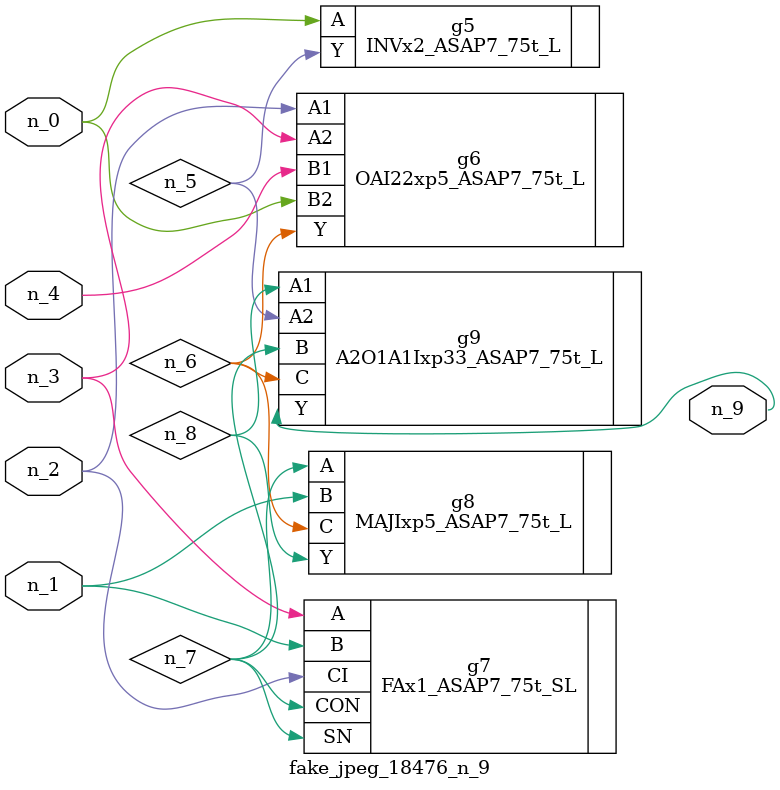
<source format=v>
module fake_jpeg_18476_n_9 (n_3, n_2, n_1, n_0, n_4, n_9);

input n_3;
input n_2;
input n_1;
input n_0;
input n_4;

output n_9;

wire n_8;
wire n_6;
wire n_5;
wire n_7;

INVx2_ASAP7_75t_L g5 ( 
.A(n_0),
.Y(n_5)
);

OAI22xp5_ASAP7_75t_L g6 ( 
.A1(n_2),
.A2(n_3),
.B1(n_4),
.B2(n_0),
.Y(n_6)
);

FAx1_ASAP7_75t_SL g7 ( 
.A(n_3),
.B(n_1),
.CI(n_2),
.CON(n_7),
.SN(n_7)
);

MAJIxp5_ASAP7_75t_L g8 ( 
.A(n_7),
.B(n_1),
.C(n_6),
.Y(n_8)
);

A2O1A1Ixp33_ASAP7_75t_L g9 ( 
.A1(n_8),
.A2(n_5),
.B(n_7),
.C(n_6),
.Y(n_9)
);


endmodule
</source>
